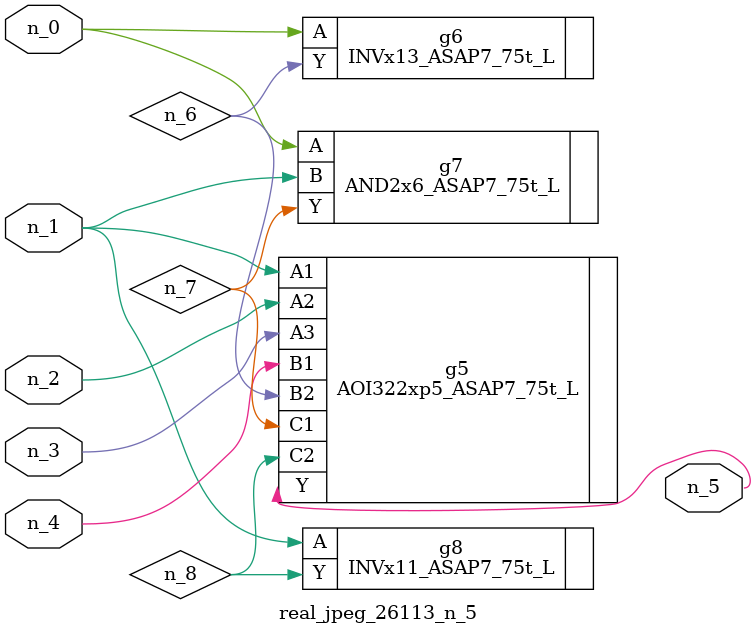
<source format=v>
module real_jpeg_26113_n_5 (n_4, n_0, n_1, n_2, n_3, n_5);

input n_4;
input n_0;
input n_1;
input n_2;
input n_3;

output n_5;

wire n_8;
wire n_6;
wire n_7;

INVx13_ASAP7_75t_L g6 ( 
.A(n_0),
.Y(n_6)
);

AND2x6_ASAP7_75t_L g7 ( 
.A(n_0),
.B(n_1),
.Y(n_7)
);

AOI322xp5_ASAP7_75t_L g5 ( 
.A1(n_1),
.A2(n_2),
.A3(n_3),
.B1(n_4),
.B2(n_6),
.C1(n_7),
.C2(n_8),
.Y(n_5)
);

INVx11_ASAP7_75t_L g8 ( 
.A(n_1),
.Y(n_8)
);


endmodule
</source>
